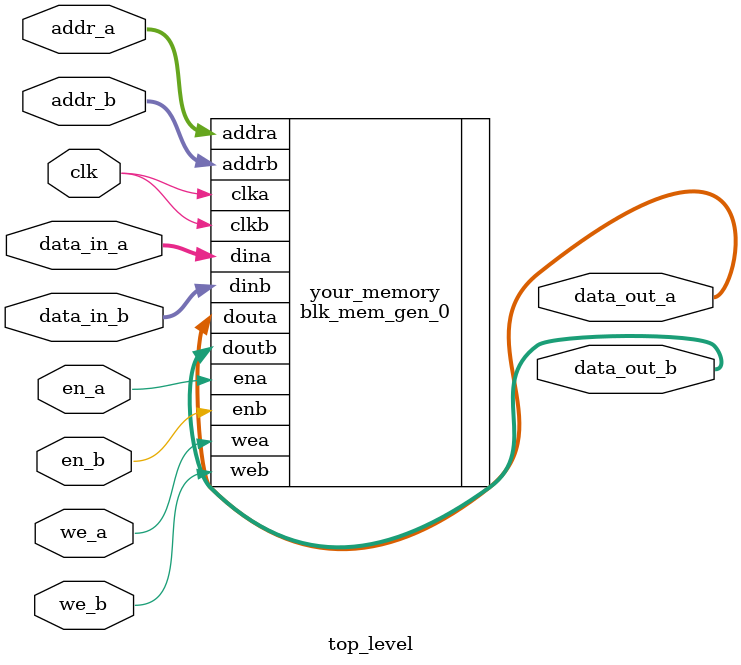
<source format=v>
module top_level (
    input wire clk,                   // Single clock input
    input wire en_a,                  // Enable signal for port A
    input wire en_b,                  // Enable signal for port B
    input wire [7:0] addr_a,          // Address input for port A
    input wire [7:0] addr_b,          // Address input for port B
    input wire [7:0] data_in_a,       // Data input for port A
    input wire [7:0] data_in_b,       // Data input for port B
    input wire we_a,                  // Write enable/read enable for port A (1: Write, 0: Read)
    input wire we_b,                  // Write enable/read enable for port B (1: Write, 0: Read)
    output wire [7:0] data_out_a,     // Data output for port A
    output wire [7:0] data_out_b      // Data output for port B
);

    // Instantiate the Block Memory Generator
    blk_mem_gen_0 your_memory (
        .clka(clk),
        .wea(we_a),
        .addra(addr_a),
        .dina(data_in_a),
        .douta(data_out_a),
        .ena(en_a),
        .clkb(clk),
        .web(we_b),
        .addrb(addr_b),
        .dinb(data_in_b),
        .doutb(data_out_b),
        .enb(en_b)
    );

endmodule

</source>
